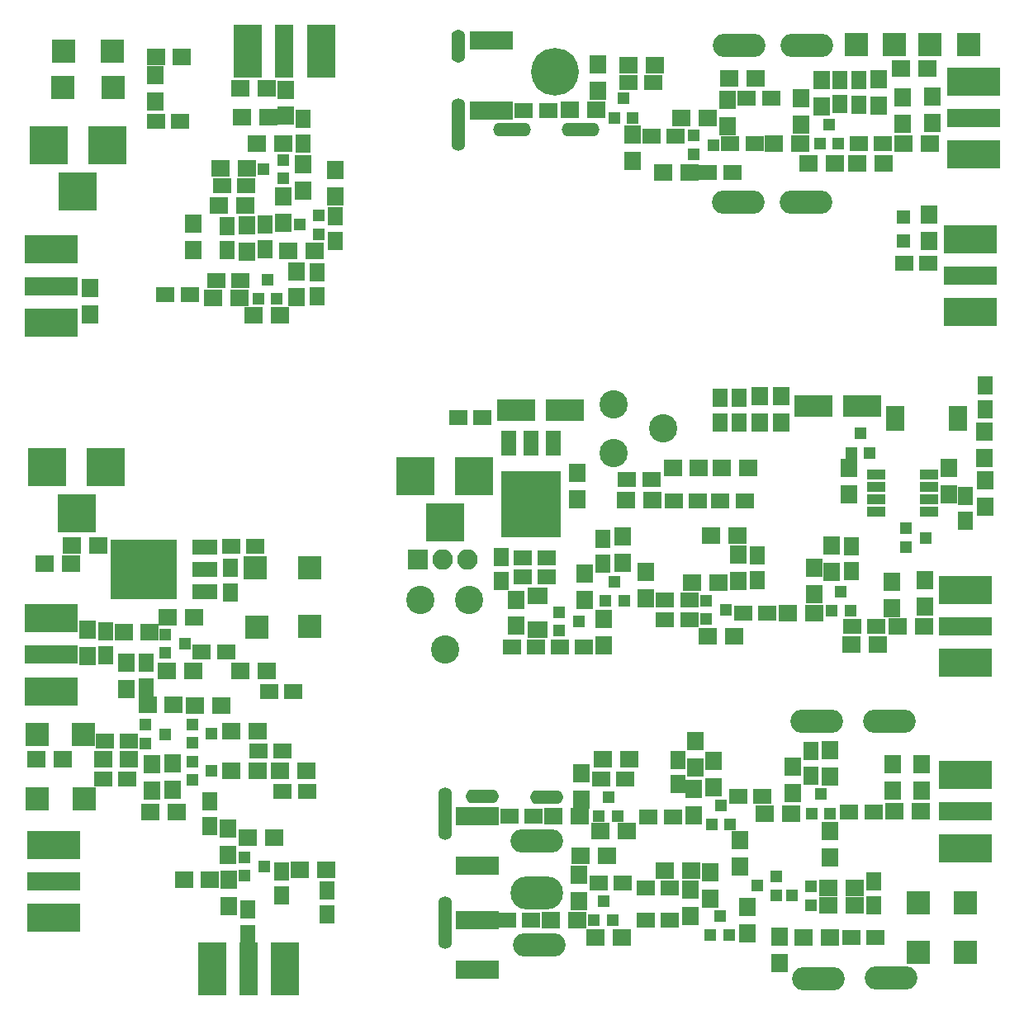
<source format=gbr>
G04 #@! TF.FileFunction,Soldermask,Top*
%FSLAX46Y46*%
G04 Gerber Fmt 4.6, Leading zero omitted, Abs format (unit mm)*
G04 Created by KiCad (PCBNEW 4.0.7) date 07/12/20 19:06:17*
%MOMM*%
%LPD*%
G01*
G04 APERTURE LIST*
%ADD10C,0.100000*%
%ADD11R,1.900000X1.650000*%
%ADD12R,1.700000X1.900000*%
%ADD13R,1.900000X1.700000*%
%ADD14R,1.300000X1.200000*%
%ADD15R,1.650000X1.900000*%
%ADD16R,1.400000X1.400000*%
%ADD17R,4.400000X1.900000*%
%ADD18R,2.400000X2.400000*%
%ADD19R,5.480000X2.900000*%
%ADD20R,5.480000X1.900000*%
%ADD21R,1.200000X1.300000*%
%ADD22R,3.900000X2.200000*%
%ADD23R,3.900000X3.900000*%
%ADD24C,2.900000*%
%ADD25R,1.600000X2.600000*%
%ADD26R,6.200000X6.800000*%
%ADD27O,1.400000X5.400000*%
%ADD28O,3.400000X1.400000*%
%ADD29O,5.400000X2.400000*%
%ADD30O,1.400000X3.400000*%
%ADD31O,5.400000X3.400000*%
%ADD32O,4.900000X4.900000*%
%ADD33O,3.900000X1.400000*%
%ADD34R,2.900000X5.480000*%
%ADD35R,1.900000X5.480000*%
%ADD36R,2.100000X2.100000*%
%ADD37O,2.100000X2.100000*%
%ADD38R,1.950000X1.000000*%
%ADD39R,2.100000X1.700000*%
%ADD40R,1.900000X2.600000*%
%ADD41R,2.600000X1.600000*%
%ADD42R,6.800000X6.200000*%
G04 APERTURE END LIST*
D10*
D11*
X122650000Y-93300000D03*
X125150000Y-93300000D03*
D12*
X88900000Y-47150000D03*
X88900000Y-49850000D03*
D13*
X79650000Y-50825000D03*
X76950000Y-50825000D03*
D14*
X74175000Y-104050000D03*
X74175000Y-105950000D03*
X76175000Y-105000000D03*
X79550000Y-117700000D03*
X79550000Y-119600000D03*
X81550000Y-118650000D03*
D12*
X113700000Y-80950000D03*
X113700000Y-78250000D03*
D11*
X110700000Y-41050000D03*
X108200000Y-41050000D03*
X121450000Y-38200000D03*
X118950000Y-38200000D03*
D15*
X142575000Y-40475000D03*
X142575000Y-37975000D03*
D11*
X123750000Y-43700000D03*
X121250000Y-43700000D03*
X131050000Y-39800000D03*
X133550000Y-39800000D03*
X131850000Y-44500000D03*
X129350000Y-44500000D03*
D15*
X140600000Y-37925000D03*
X140600000Y-40425000D03*
D11*
X145000000Y-44500000D03*
X142500000Y-44500000D03*
X147170000Y-56730000D03*
X149670000Y-56730000D03*
D12*
X144580000Y-37900000D03*
X144580000Y-40600000D03*
D16*
X147130000Y-54490000D03*
X147130000Y-51990000D03*
D17*
X104900000Y-41050000D03*
D18*
X153775000Y-34325000D03*
X142325000Y-34300000D03*
X146175000Y-34275000D03*
X149825000Y-34325000D03*
D17*
X104825000Y-33875000D03*
D19*
X154275000Y-45600000D03*
X154275000Y-38100000D03*
D20*
X154275000Y-41850000D03*
D21*
X117450000Y-41800000D03*
X119350000Y-41800000D03*
X118400000Y-39800000D03*
D14*
X125600000Y-43650000D03*
X125600000Y-45550000D03*
X127600000Y-44600000D03*
D21*
X138550000Y-44500000D03*
X140450000Y-44500000D03*
X139500000Y-42500000D03*
D13*
X146890000Y-36720000D03*
X149590000Y-36720000D03*
X115600000Y-41000000D03*
X112900000Y-41000000D03*
D12*
X115750000Y-39050000D03*
X115750000Y-36350000D03*
D13*
X118950000Y-36400000D03*
X121650000Y-36400000D03*
D12*
X119300000Y-43550000D03*
X119300000Y-46250000D03*
D13*
X127050000Y-41800000D03*
X124350000Y-41800000D03*
X129250000Y-37800000D03*
X131950000Y-37800000D03*
D12*
X129100000Y-39950000D03*
X129100000Y-42650000D03*
D13*
X122500000Y-47400000D03*
X125200000Y-47400000D03*
X136550000Y-44500000D03*
X133850000Y-44500000D03*
D12*
X136600000Y-42550000D03*
X136600000Y-39850000D03*
X138725000Y-40650000D03*
X138725000Y-37950000D03*
D13*
X140100000Y-46500000D03*
X137400000Y-46500000D03*
X145100000Y-46500000D03*
X142400000Y-46500000D03*
D12*
X147000000Y-42425000D03*
X147000000Y-39725000D03*
X149700000Y-51720000D03*
X149700000Y-54420000D03*
D13*
X147150000Y-44500000D03*
X149850000Y-44500000D03*
D12*
X150050000Y-42375000D03*
X150050000Y-39675000D03*
D19*
X154000000Y-61750000D03*
X154000000Y-54250000D03*
D20*
X154000000Y-58000000D03*
D15*
X105900000Y-86850000D03*
X105900000Y-89350000D03*
D11*
X101450000Y-72600000D03*
X103950000Y-72600000D03*
X121250000Y-78900000D03*
X118750000Y-78900000D03*
X114350000Y-96100000D03*
X111850000Y-96100000D03*
D15*
X116300000Y-85050000D03*
X116300000Y-87550000D03*
D11*
X125150000Y-91300000D03*
X122650000Y-91300000D03*
X123550000Y-81100000D03*
X126050000Y-81100000D03*
X133150000Y-92600000D03*
X130650000Y-92600000D03*
D15*
X132100000Y-89250000D03*
X132100000Y-86750000D03*
D11*
X130850000Y-81100000D03*
X128350000Y-81100000D03*
D15*
X141740000Y-85824000D03*
X141740000Y-88324000D03*
D11*
X144350000Y-94000000D03*
X141850000Y-94000000D03*
D22*
X107400000Y-71800000D03*
X112400000Y-71800000D03*
D13*
X128450000Y-77700000D03*
X131150000Y-77700000D03*
D23*
X103100000Y-78600000D03*
X97100000Y-78600000D03*
X100100000Y-83300000D03*
D19*
X153500000Y-97750000D03*
X153500000Y-90250000D03*
D20*
X153500000Y-94000000D03*
D14*
X111800000Y-92550000D03*
X111800000Y-94450000D03*
X113800000Y-93500000D03*
D21*
X116550000Y-91400000D03*
X118450000Y-91400000D03*
X117500000Y-89400000D03*
D14*
X126900000Y-91350000D03*
X126900000Y-93250000D03*
X128900000Y-92300000D03*
D21*
X139750000Y-92400000D03*
X141650000Y-92400000D03*
X140700000Y-90400000D03*
D12*
X107400000Y-93950000D03*
X107400000Y-91250000D03*
X114400000Y-88550000D03*
X114400000Y-91250000D03*
X116400000Y-93250000D03*
X116400000Y-95950000D03*
X118300000Y-87450000D03*
X118300000Y-84750000D03*
X120700000Y-91150000D03*
X120700000Y-88450000D03*
D13*
X118650000Y-81000000D03*
X121350000Y-81000000D03*
X128150000Y-89500000D03*
X125450000Y-89500000D03*
X130050000Y-84700000D03*
X127350000Y-84700000D03*
D12*
X130200000Y-86650000D03*
X130200000Y-89350000D03*
D13*
X129750000Y-95000000D03*
X127050000Y-95000000D03*
X126150000Y-77700000D03*
X123450000Y-77700000D03*
X137950000Y-92600000D03*
X135250000Y-92600000D03*
D12*
X137930000Y-90710000D03*
X137930000Y-88010000D03*
X139708000Y-88424000D03*
X139708000Y-85724000D03*
D13*
X141750000Y-95900000D03*
X144450000Y-95900000D03*
D12*
X145900000Y-92150000D03*
X145900000Y-89450000D03*
D13*
X146550000Y-94000000D03*
X149250000Y-94000000D03*
D12*
X149300000Y-91950000D03*
X149300000Y-89250000D03*
D24*
X122440000Y-73700000D03*
X117400000Y-76200000D03*
X117400000Y-71200000D03*
D25*
X111180000Y-75200000D03*
X108900000Y-75200000D03*
X106620000Y-75200000D03*
D26*
X108900000Y-81500000D03*
D11*
X108954000Y-124174000D03*
X106454000Y-124174000D03*
X109208000Y-113506000D03*
X106708000Y-113506000D03*
X118352000Y-120364000D03*
X115852000Y-120364000D03*
X123178000Y-124174000D03*
X120678000Y-124174000D03*
X118606000Y-109696000D03*
X116106000Y-109696000D03*
X123460000Y-113560000D03*
X120960000Y-113560000D03*
D15*
X144026000Y-122630000D03*
X144026000Y-120130000D03*
D11*
X141760000Y-125952000D03*
X144260000Y-125952000D03*
X120678000Y-120872000D03*
X123178000Y-120872000D03*
D15*
X123960000Y-107684000D03*
X123960000Y-110184000D03*
D11*
X132650000Y-111440000D03*
X130150000Y-111440000D03*
D15*
X137660000Y-106800000D03*
X137660000Y-109300000D03*
D11*
X144050000Y-113050000D03*
X141550000Y-113050000D03*
D13*
X136834000Y-125952000D03*
X139534000Y-125952000D03*
D17*
X103386000Y-124174000D03*
X103386000Y-113506000D03*
D18*
X148598000Y-127476000D03*
D17*
X103386000Y-129254000D03*
D18*
X148598000Y-122396000D03*
X153424000Y-122396000D03*
X153424000Y-127476000D03*
D17*
X103386000Y-118586000D03*
D19*
X153500000Y-116750000D03*
X153500000Y-109250000D03*
D20*
X153500000Y-113000000D03*
D21*
X115390000Y-124158000D03*
X117290000Y-124158000D03*
X116340000Y-122158000D03*
X115898000Y-113490000D03*
X117798000Y-113490000D03*
X116848000Y-111490000D03*
D14*
X137660000Y-122584000D03*
X137660000Y-120684000D03*
X135660000Y-121634000D03*
D21*
X127328000Y-125682000D03*
X129228000Y-125682000D03*
X128278000Y-123682000D03*
D14*
X134104000Y-121568000D03*
X134104000Y-119668000D03*
X132104000Y-120618000D03*
D21*
X127470000Y-114340000D03*
X129370000Y-114340000D03*
X128420000Y-112340000D03*
X137680000Y-113180000D03*
X139580000Y-113180000D03*
X138630000Y-111180000D03*
D13*
X113626000Y-124174000D03*
X110926000Y-124174000D03*
X113880000Y-113506000D03*
X111180000Y-113506000D03*
D12*
X113800000Y-122222000D03*
X113800000Y-119522000D03*
X114054000Y-111808000D03*
X114054000Y-109108000D03*
X134374000Y-125872000D03*
X134374000Y-128572000D03*
D13*
X113974000Y-117570000D03*
X116674000Y-117570000D03*
X118198000Y-125952000D03*
X115498000Y-125952000D03*
X118960000Y-107664000D03*
X116260000Y-107664000D03*
X118706000Y-115030000D03*
X116006000Y-115030000D03*
D12*
X125230000Y-123746000D03*
X125230000Y-121046000D03*
D13*
X142074000Y-120872000D03*
X139374000Y-120872000D03*
X142074000Y-122650000D03*
X139374000Y-122650000D03*
X125310000Y-119094000D03*
X122610000Y-119094000D03*
D12*
X127262000Y-121968000D03*
X127262000Y-119268000D03*
X131072000Y-122824000D03*
X131072000Y-125524000D03*
X130310000Y-115966000D03*
X130310000Y-118666000D03*
X127660000Y-110530000D03*
X127660000Y-107830000D03*
X125738000Y-108506000D03*
X125738000Y-105806000D03*
X125590000Y-113350000D03*
X125590000Y-110650000D03*
D13*
X135610000Y-113250000D03*
X132910000Y-113250000D03*
D12*
X135790000Y-111110000D03*
X135790000Y-108410000D03*
X139600000Y-109370000D03*
X139600000Y-106670000D03*
X139570000Y-115010000D03*
X139570000Y-117710000D03*
X146000000Y-110850000D03*
X146000000Y-108150000D03*
D13*
X146150000Y-113000000D03*
X148850000Y-113000000D03*
D12*
X149000000Y-110850000D03*
X149000000Y-108150000D03*
D27*
X100084000Y-113252000D03*
X100084000Y-124428000D03*
D28*
X103894000Y-111474000D03*
X110500000Y-111500000D03*
D29*
X109482000Y-116046000D03*
D30*
X101500000Y-34500000D03*
D27*
X101500000Y-42500000D03*
D29*
X109736000Y-126714000D03*
D31*
X109482000Y-121380000D03*
D32*
X111400000Y-37100000D03*
D33*
X107000000Y-43000000D03*
X114000000Y-43000000D03*
D15*
X69475000Y-100225000D03*
X69475000Y-97725000D03*
D11*
X67550000Y-109650000D03*
X65050000Y-109650000D03*
X83475000Y-106750000D03*
X80975000Y-106750000D03*
D15*
X65325000Y-94500000D03*
X65325000Y-97000000D03*
D11*
X77675000Y-96650000D03*
X75175000Y-96650000D03*
D15*
X75975000Y-114450000D03*
X75975000Y-111950000D03*
X79850000Y-125575000D03*
X79850000Y-123075000D03*
X83325000Y-121625000D03*
X83325000Y-119125000D03*
D11*
X80675000Y-85800000D03*
X78175000Y-85800000D03*
D13*
X61850000Y-85725000D03*
X64550000Y-85725000D03*
D19*
X60025000Y-116400000D03*
X60025000Y-123900000D03*
D20*
X60025000Y-120150000D03*
D19*
X59725000Y-93150000D03*
X59725000Y-100650000D03*
D20*
X59725000Y-96900000D03*
D34*
X76225000Y-129150000D03*
X83725000Y-129150000D03*
D35*
X79975000Y-129150000D03*
D18*
X86200000Y-94000000D03*
X86225000Y-87950000D03*
X80775000Y-94100000D03*
X80625000Y-87975000D03*
D14*
X71425000Y-94825000D03*
X71425000Y-96725000D03*
X73425000Y-95775000D03*
X74200000Y-107875000D03*
X74200000Y-109775000D03*
X76200000Y-108825000D03*
D12*
X67475000Y-100400000D03*
X67475000Y-97700000D03*
D13*
X78175000Y-104725000D03*
X80875000Y-104725000D03*
X74350000Y-93050000D03*
X71650000Y-93050000D03*
X83225000Y-108825000D03*
X85925000Y-108825000D03*
D12*
X77850000Y-114750000D03*
X77850000Y-117450000D03*
D13*
X65025000Y-107650000D03*
X67725000Y-107650000D03*
X78200000Y-108825000D03*
X80900000Y-108825000D03*
D12*
X72150000Y-110775000D03*
X72150000Y-108075000D03*
D13*
X79150000Y-98550000D03*
X81850000Y-98550000D03*
D12*
X70075000Y-108150000D03*
X70075000Y-110850000D03*
D13*
X69900000Y-113050000D03*
X72600000Y-113050000D03*
X69850000Y-94600000D03*
X67150000Y-94600000D03*
X82575000Y-115700000D03*
X79875000Y-115700000D03*
X85225000Y-119000000D03*
X87925000Y-119000000D03*
X73325000Y-119975000D03*
X76025000Y-119975000D03*
D12*
X77950000Y-122725000D03*
X77950000Y-120025000D03*
D13*
X61725000Y-87550000D03*
X59025000Y-87550000D03*
D15*
X88050000Y-123550000D03*
X88050000Y-121050000D03*
D11*
X83450000Y-110900000D03*
X85950000Y-110900000D03*
X84550000Y-100725000D03*
X82050000Y-100725000D03*
D14*
X69425000Y-104100000D03*
X69425000Y-106000000D03*
X71425000Y-105050000D03*
D11*
X73950000Y-60000000D03*
X71450000Y-60000000D03*
X79150000Y-58500000D03*
X76650000Y-58500000D03*
D15*
X87000000Y-57650000D03*
X87000000Y-60150000D03*
X77800000Y-52925000D03*
X77800000Y-55425000D03*
X81650000Y-52775000D03*
X81650000Y-55275000D03*
D11*
X77225000Y-48825000D03*
X79725000Y-48825000D03*
D15*
X85550000Y-41925000D03*
X85550000Y-44425000D03*
D19*
X59775000Y-55325000D03*
X59775000Y-62825000D03*
D20*
X59775000Y-59075000D03*
D34*
X87400000Y-34975000D03*
X79900000Y-34975000D03*
D35*
X83650000Y-34975000D03*
D21*
X80950000Y-60400000D03*
X82850000Y-60400000D03*
X81900000Y-58400000D03*
D14*
X87200000Y-53750000D03*
X87200000Y-51850000D03*
X85200000Y-52800000D03*
X83500000Y-48050000D03*
X83500000Y-46150000D03*
X81500000Y-47100000D03*
D13*
X83150000Y-62100000D03*
X80450000Y-62100000D03*
D12*
X74300000Y-55350000D03*
X74300000Y-52650000D03*
X84900000Y-57550000D03*
X84900000Y-60250000D03*
D13*
X84050000Y-55500000D03*
X86750000Y-55500000D03*
D12*
X79775000Y-52825000D03*
X79775000Y-55525000D03*
X83550000Y-49875000D03*
X83550000Y-52575000D03*
X85525000Y-49275000D03*
X85525000Y-46575000D03*
D13*
X79800000Y-47000000D03*
X77100000Y-47000000D03*
X83525000Y-44425000D03*
X80825000Y-44425000D03*
X81975000Y-41775000D03*
X79275000Y-41775000D03*
D12*
X83775000Y-41625000D03*
X83775000Y-38925000D03*
D13*
X81825000Y-38825000D03*
X79125000Y-38825000D03*
X76350000Y-60300000D03*
X79050000Y-60300000D03*
D11*
X72950000Y-42200000D03*
X70450000Y-42200000D03*
D12*
X70400000Y-37450000D03*
X70400000Y-40150000D03*
D18*
X66050000Y-38700000D03*
X61000000Y-35000000D03*
X60950000Y-38725000D03*
X66000000Y-35000000D03*
D13*
X70450000Y-35600000D03*
X73150000Y-35600000D03*
D24*
X100100000Y-96340000D03*
X97600000Y-91300000D03*
X102600000Y-91300000D03*
D15*
X88900000Y-54450000D03*
X88900000Y-51950000D03*
D12*
X63675000Y-59275000D03*
X63675000Y-61975000D03*
D11*
X129550000Y-47400000D03*
X127050000Y-47400000D03*
D15*
X153500000Y-80650000D03*
X153500000Y-83150000D03*
X155500000Y-71750000D03*
X155500000Y-69250000D03*
D36*
X97300000Y-87100000D03*
D37*
X99840000Y-87100000D03*
X102380000Y-87100000D03*
D14*
X147400000Y-83950000D03*
X147400000Y-85850000D03*
X149400000Y-84900000D03*
D21*
X141750000Y-76200000D03*
X143650000Y-76200000D03*
X142700000Y-74200000D03*
D12*
X155500000Y-79050000D03*
X155500000Y-81750000D03*
X155400000Y-76750000D03*
X155400000Y-74050000D03*
X151800000Y-77750000D03*
X151800000Y-80450000D03*
X141500000Y-80450000D03*
X141500000Y-77750000D03*
X132400000Y-70350000D03*
X132400000Y-73050000D03*
X134600000Y-73050000D03*
X134600000Y-70350000D03*
D38*
X144300000Y-78395000D03*
X144300000Y-79665000D03*
X144300000Y-80935000D03*
X144300000Y-82205000D03*
X149700000Y-82205000D03*
X149700000Y-80935000D03*
X149700000Y-79665000D03*
X149700000Y-78395000D03*
D15*
X128300000Y-70550000D03*
X128300000Y-73050000D03*
X130300000Y-73050000D03*
X130300000Y-70550000D03*
D39*
X109600000Y-94350000D03*
X109600000Y-90850000D03*
D40*
X152700000Y-72700000D03*
X146300000Y-72700000D03*
D22*
X137900000Y-71400000D03*
X142900000Y-71400000D03*
D11*
X106950000Y-96100000D03*
X109450000Y-96100000D03*
X110550000Y-87000000D03*
X108050000Y-87000000D03*
X110550000Y-88900000D03*
X108050000Y-88900000D03*
D15*
X78075000Y-88000000D03*
X78075000Y-90500000D03*
D18*
X58275000Y-111725000D03*
X58325000Y-105075000D03*
X63100000Y-111650000D03*
X63025000Y-105125000D03*
D12*
X63425000Y-97025000D03*
X63425000Y-94325000D03*
D13*
X60900000Y-107625000D03*
X58200000Y-107625000D03*
X74300000Y-98575000D03*
X71600000Y-98575000D03*
X77175000Y-102100000D03*
X74475000Y-102100000D03*
X72300000Y-102075000D03*
X69600000Y-102075000D03*
D41*
X75500000Y-90405000D03*
X75500000Y-88125000D03*
X75500000Y-85845000D03*
D42*
X69200000Y-88125000D03*
D23*
X65325000Y-77675000D03*
X59325000Y-77675000D03*
X62325000Y-82375000D03*
X65475000Y-44675000D03*
X59475000Y-44675000D03*
X62475000Y-49375000D03*
D11*
X67700000Y-105800000D03*
X65200000Y-105800000D03*
D29*
X137175000Y-34375000D03*
X130275000Y-34375000D03*
X137125000Y-50450000D03*
X130200000Y-50450000D03*
X138350000Y-130125000D03*
X138250000Y-103750000D03*
X145875000Y-130100000D03*
X145675000Y-103750000D03*
M02*

</source>
